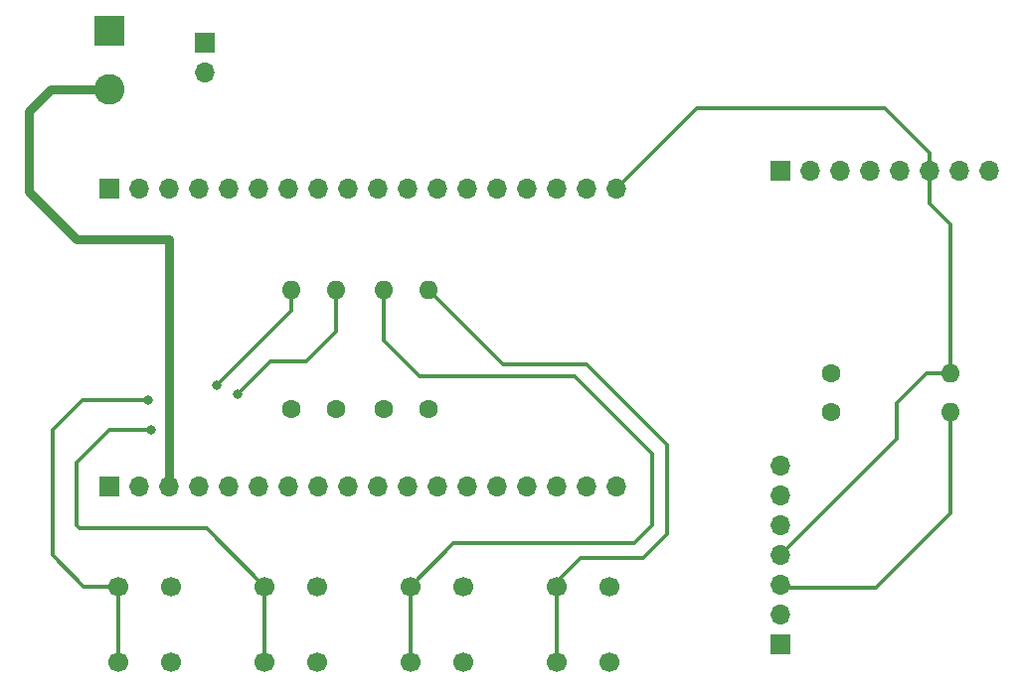
<source format=gbr>
%TF.GenerationSoftware,KiCad,Pcbnew,5.1.6-c6e7f7d~87~ubuntu18.04.1*%
%TF.CreationDate,2020-11-18T13:25:47-05:00*%
%TF.ProjectId,remote,72656d6f-7465-42e6-9b69-6361645f7063,rev?*%
%TF.SameCoordinates,Original*%
%TF.FileFunction,Copper,L2,Bot*%
%TF.FilePolarity,Positive*%
%FSLAX46Y46*%
G04 Gerber Fmt 4.6, Leading zero omitted, Abs format (unit mm)*
G04 Created by KiCad (PCBNEW 5.1.6-c6e7f7d~87~ubuntu18.04.1) date 2020-11-18 13:25:47*
%MOMM*%
%LPD*%
G01*
G04 APERTURE LIST*
%TA.AperFunction,ComponentPad*%
%ADD10C,2.600000*%
%TD*%
%TA.AperFunction,ComponentPad*%
%ADD11R,2.600000X2.600000*%
%TD*%
%TA.AperFunction,ComponentPad*%
%ADD12C,1.600000*%
%TD*%
%TA.AperFunction,ComponentPad*%
%ADD13O,1.600000X1.600000*%
%TD*%
%TA.AperFunction,ComponentPad*%
%ADD14O,1.700000X1.700000*%
%TD*%
%TA.AperFunction,ComponentPad*%
%ADD15R,1.700000X1.700000*%
%TD*%
%TA.AperFunction,ComponentPad*%
%ADD16C,1.700000*%
%TD*%
%TA.AperFunction,ViaPad*%
%ADD17C,0.800000*%
%TD*%
%TA.AperFunction,Conductor*%
%ADD18C,0.304800*%
%TD*%
%TA.AperFunction,Conductor*%
%ADD19C,0.800000*%
%TD*%
G04 APERTURE END LIST*
D10*
%TO.P,J8,2*%
%TO.N,VBAT*%
X76708000Y-77136000D03*
D11*
%TO.P,J8,1*%
%TO.N,GND*%
X76708000Y-72136000D03*
%TD*%
D12*
%TO.P,RS1,1*%
%TO.N,+3V3*%
X96012000Y-104394000D03*
D13*
%TO.P,RS1,2*%
%TO.N,37*%
X96012000Y-94234000D03*
%TD*%
D14*
%TO.P,J2,18*%
%TO.N,SDA*%
X119888000Y-85598000D03*
%TO.P,J2,17*%
%TO.N,N/C*%
X117348000Y-85598000D03*
%TO.P,J2,16*%
X114808000Y-85598000D03*
%TO.P,J2,15*%
X112268000Y-85598000D03*
%TO.P,J2,14*%
X109728000Y-85598000D03*
%TO.P,J2,13*%
X107188000Y-85598000D03*
%TO.P,J2,12*%
X104648000Y-85598000D03*
%TO.P,J2,11*%
X102108000Y-85598000D03*
%TO.P,J2,10*%
X99568000Y-85598000D03*
%TO.P,J2,9*%
X97028000Y-85598000D03*
%TO.P,J2,8*%
X94488000Y-85598000D03*
%TO.P,J2,7*%
%TO.N,39*%
X91948000Y-85598000D03*
%TO.P,J2,6*%
%TO.N,38*%
X89408000Y-85598000D03*
%TO.P,J2,5*%
%TO.N,37*%
X86868000Y-85598000D03*
%TO.P,J2,4*%
%TO.N,36*%
X84328000Y-85598000D03*
%TO.P,J2,3*%
%TO.N,N/C*%
X81788000Y-85598000D03*
%TO.P,J2,2*%
%TO.N,+3V3*%
X79248000Y-85598000D03*
D15*
%TO.P,J2,1*%
%TO.N,GND*%
X76708000Y-85598000D03*
%TD*%
D14*
%TO.P,J1,18*%
%TO.N,N/C*%
X119888000Y-110998000D03*
%TO.P,J1,17*%
X117348000Y-110998000D03*
%TO.P,J1,16*%
X114808000Y-110998000D03*
%TO.P,J1,15*%
X112268000Y-110998000D03*
%TO.P,J1,14*%
X109728000Y-110998000D03*
%TO.P,J1,13*%
X107188000Y-110998000D03*
%TO.P,J1,12*%
X104648000Y-110998000D03*
%TO.P,J1,11*%
X102108000Y-110998000D03*
%TO.P,J1,10*%
X99568000Y-110998000D03*
%TO.P,J1,9*%
%TO.N,SCL*%
X97028000Y-110998000D03*
%TO.P,J1,8*%
%TO.N,N/C*%
X94488000Y-110998000D03*
%TO.P,J1,7*%
X91948000Y-110998000D03*
%TO.P,J1,6*%
X89408000Y-110998000D03*
%TO.P,J1,5*%
X86868000Y-110998000D03*
%TO.P,J1,4*%
X84328000Y-110998000D03*
%TO.P,J1,3*%
%TO.N,VBAT*%
X81788000Y-110998000D03*
%TO.P,J1,2*%
%TO.N,N/C*%
X79248000Y-110998000D03*
D15*
%TO.P,J1,1*%
%TO.N,GND*%
X76708000Y-110998000D03*
%TD*%
D12*
%TO.P,RS3,1*%
%TO.N,+3V3*%
X103886000Y-104394000D03*
D13*
%TO.P,RS3,2*%
%TO.N,39*%
X103886000Y-94234000D03*
%TD*%
D14*
%TO.P,J5,2*%
%TO.N,VBAT*%
X84836000Y-75692000D03*
D15*
%TO.P,J5,1*%
%TO.N,GND*%
X84836000Y-73152000D03*
%TD*%
D16*
%TO.P,SW0,4*%
%TO.N,GND*%
X81970000Y-119484000D03*
%TO.P,SW0,3*%
X81970000Y-125984000D03*
%TO.P,SW0,2*%
%TO.N,36*%
X77470000Y-119484000D03*
%TO.P,SW0,1*%
X77470000Y-125984000D03*
%TD*%
%TO.P,SW1,4*%
%TO.N,GND*%
X94416000Y-119484000D03*
%TO.P,SW1,3*%
X94416000Y-125984000D03*
%TO.P,SW1,2*%
%TO.N,37*%
X89916000Y-119484000D03*
%TO.P,SW1,1*%
X89916000Y-125984000D03*
%TD*%
%TO.P,SW3,4*%
%TO.N,GND*%
X119308000Y-119484000D03*
%TO.P,SW3,3*%
X119308000Y-125984000D03*
%TO.P,SW3,2*%
%TO.N,39*%
X114808000Y-119484000D03*
%TO.P,SW3,1*%
X114808000Y-125984000D03*
%TD*%
%TO.P,SW2,4*%
%TO.N,GND*%
X106862000Y-119484000D03*
%TO.P,SW2,3*%
X106862000Y-125984000D03*
%TO.P,SW2,2*%
%TO.N,38*%
X102362000Y-119484000D03*
%TO.P,SW2,1*%
X102362000Y-125984000D03*
%TD*%
D12*
%TO.P,RS0,1*%
%TO.N,+3V3*%
X92202000Y-104394000D03*
D13*
%TO.P,RS0,2*%
%TO.N,36*%
X92202000Y-94234000D03*
%TD*%
D12*
%TO.P,RS2,1*%
%TO.N,+3V3*%
X100076000Y-104394000D03*
D13*
%TO.P,RS2,2*%
%TO.N,38*%
X100076000Y-94234000D03*
%TD*%
D14*
%TO.P,J11,8*%
%TO.N,N/C*%
X151638000Y-84074000D03*
%TO.P,J11,7*%
X149098000Y-84074000D03*
%TO.P,J11,6*%
%TO.N,SDA*%
X146558000Y-84074000D03*
%TO.P,J11,5*%
%TO.N,N/C*%
X144018000Y-84074000D03*
%TO.P,J11,4*%
%TO.N,SCL*%
X141478000Y-84074000D03*
%TO.P,J11,3*%
%TO.N,GND*%
X138938000Y-84074000D03*
%TO.P,J11,2*%
%TO.N,N/C*%
X136398000Y-84074000D03*
D15*
%TO.P,J11,1*%
%TO.N,+3V3*%
X133858000Y-84074000D03*
%TD*%
D14*
%TO.P,J9,7*%
%TO.N,N/C*%
X133858000Y-109220000D03*
%TO.P,J9,6*%
X133858000Y-111760000D03*
%TO.P,J9,5*%
X133858000Y-114300000D03*
%TO.P,J9,4*%
%TO.N,SDA*%
X133858000Y-116840000D03*
%TO.P,J9,3*%
%TO.N,SCL*%
X133858000Y-119380000D03*
%TO.P,J9,2*%
%TO.N,GND*%
X133858000Y-121920000D03*
D15*
%TO.P,J9,1*%
%TO.N,+3V3*%
X133858000Y-124460000D03*
%TD*%
D12*
%TO.P,R3,1*%
%TO.N,+3V3*%
X138176000Y-101346000D03*
D13*
%TO.P,R3,2*%
%TO.N,SDA*%
X148336000Y-101346000D03*
%TD*%
D12*
%TO.P,R2,1*%
%TO.N,+3V3*%
X138176000Y-104648000D03*
D13*
%TO.P,R2,2*%
%TO.N,SCL*%
X148336000Y-104648000D03*
%TD*%
D17*
%TO.N,36*%
X80010000Y-103632000D03*
X85852000Y-102362000D03*
%TO.N,37*%
X80264000Y-106172000D03*
X87630000Y-103124000D03*
%TD*%
D18*
%TO.N,SDA*%
X146558000Y-84074000D02*
X146558000Y-82550000D01*
X146558000Y-82550000D02*
X142748000Y-78740000D01*
X126746000Y-78740000D02*
X119888000Y-85598000D01*
X142748000Y-78740000D02*
X126746000Y-78740000D01*
X133858000Y-116840000D02*
X143764000Y-106934000D01*
X143764000Y-106934000D02*
X143764000Y-103886000D01*
X146304000Y-101346000D02*
X148336000Y-101346000D01*
X143764000Y-103886000D02*
X146304000Y-101346000D01*
X148336000Y-101346000D02*
X148336000Y-88646000D01*
X146558000Y-86868000D02*
X146558000Y-84074000D01*
X148336000Y-88646000D02*
X146558000Y-86868000D01*
%TO.N,SCL*%
X148336000Y-104648000D02*
X148336000Y-113284000D01*
X148336000Y-113284000D02*
X141986000Y-119634000D01*
X134112000Y-119634000D02*
X133858000Y-119380000D01*
X141986000Y-119634000D02*
X134112000Y-119634000D01*
D19*
%TO.N,VBAT*%
X76708000Y-77136000D02*
X71708000Y-77136000D01*
X71708000Y-77136000D02*
X69850000Y-78994000D01*
X73914000Y-89916000D02*
X69850000Y-85852000D01*
X81788000Y-110998000D02*
X81788000Y-89916000D01*
X81788000Y-89916000D02*
X73914000Y-89916000D01*
X69850000Y-78994000D02*
X69850000Y-85852000D01*
D18*
%TO.N,36*%
X77470000Y-125984000D02*
X77470000Y-119484000D01*
X77470000Y-119484000D02*
X74526000Y-119484000D01*
X74526000Y-119484000D02*
X71882000Y-116840000D01*
X71882000Y-116840000D02*
X71882000Y-106172000D01*
X71882000Y-106172000D02*
X74422000Y-103632000D01*
X74422000Y-103632000D02*
X80010000Y-103632000D01*
X92202000Y-96012000D02*
X92202000Y-94234000D01*
X87630000Y-100584000D02*
X92202000Y-96012000D01*
X87630000Y-100584000D02*
X85852000Y-102362000D01*
%TO.N,37*%
X89916000Y-125984000D02*
X89916000Y-119484000D01*
X89916000Y-119484000D02*
X84986000Y-114554000D01*
X84986000Y-114554000D02*
X74168000Y-114554000D01*
X74168000Y-114554000D02*
X73914000Y-114300000D01*
X73914000Y-114300000D02*
X73914000Y-108966000D01*
X73914000Y-108966000D02*
X76708000Y-106172000D01*
X76708000Y-106172000D02*
X80264000Y-106172000D01*
X87630000Y-103124000D02*
X90424000Y-100330000D01*
X90424000Y-100330000D02*
X93472000Y-100330000D01*
X96012000Y-97790000D02*
X96012000Y-94234000D01*
X93472000Y-100330000D02*
X96012000Y-97790000D01*
%TO.N,38*%
X102362000Y-119484000D02*
X106022000Y-115824000D01*
X106022000Y-115824000D02*
X121412000Y-115824000D01*
X121412000Y-115824000D02*
X122936000Y-114300000D01*
X122936000Y-114300000D02*
X122936000Y-108204000D01*
X122936000Y-108204000D02*
X116332000Y-101600000D01*
X116332000Y-101600000D02*
X103124000Y-101600000D01*
X100076000Y-98552000D02*
X100076000Y-94234000D01*
X103124000Y-101600000D02*
X100076000Y-98552000D01*
X102362000Y-125984000D02*
X102362000Y-119484000D01*
%TO.N,39*%
X115062000Y-119230000D02*
X114808000Y-119484000D01*
X115062000Y-118872000D02*
X115062000Y-119230000D01*
X110236000Y-100584000D02*
X117348000Y-100584000D01*
X103886000Y-94234000D02*
X110236000Y-100584000D01*
X116840000Y-117094000D02*
X115062000Y-118872000D01*
X117348000Y-100584000D02*
X124206000Y-107442000D01*
X124206000Y-107442000D02*
X124206000Y-115062000D01*
X122174000Y-117094000D02*
X116840000Y-117094000D01*
X124206000Y-115062000D02*
X122174000Y-117094000D01*
X114808000Y-125984000D02*
X114808000Y-119484000D01*
%TD*%
M02*

</source>
